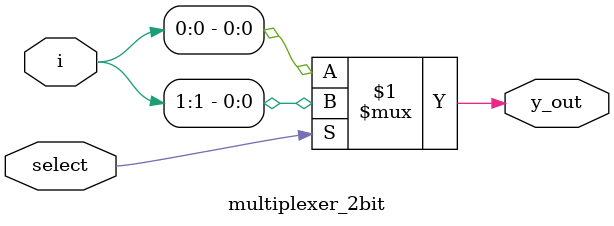
<source format=v>
module multiplexer_2bit
(
input [1:0] i ,
input select ,
output y_out
);

assign y_out  = select?i[1]:i[0] ;

endmodule 
</source>
